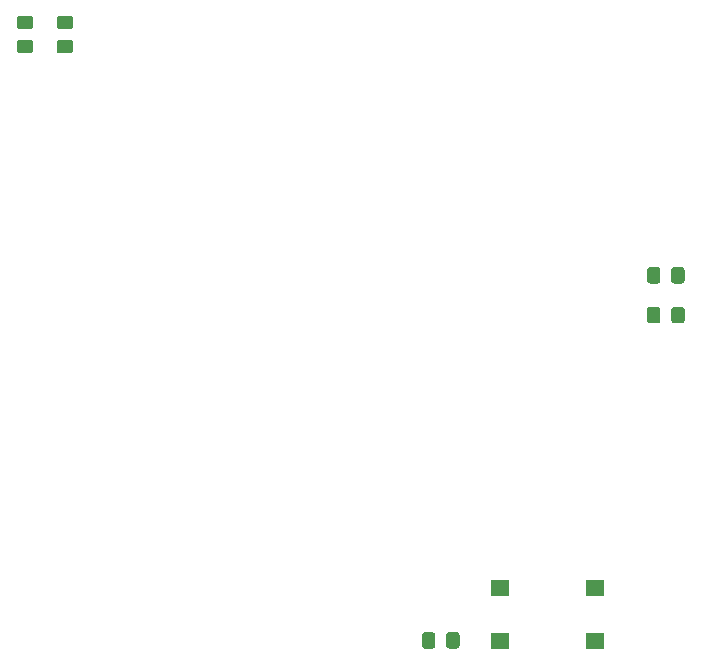
<source format=gtp>
G04 #@! TF.GenerationSoftware,KiCad,Pcbnew,(5.1.6)-1*
G04 #@! TF.CreationDate,2022-01-28T10:44:45+01:00*
G04 #@! TF.ProjectId,Supply_5V,53757070-6c79-45f3-9556-2e6b69636164,rev?*
G04 #@! TF.SameCoordinates,Original*
G04 #@! TF.FileFunction,Paste,Top*
G04 #@! TF.FilePolarity,Positive*
%FSLAX46Y46*%
G04 Gerber Fmt 4.6, Leading zero omitted, Abs format (unit mm)*
G04 Created by KiCad (PCBNEW (5.1.6)-1) date 2022-01-28 10:44:45*
%MOMM*%
%LPD*%
G01*
G04 APERTURE LIST*
%ADD10R,1.600000X1.400000*%
G04 APERTURE END LIST*
G36*
G01*
X200365000Y-70759999D02*
X200365000Y-71660001D01*
G75*
G02*
X200115001Y-71910000I-249999J0D01*
G01*
X199464999Y-71910000D01*
G75*
G02*
X199215000Y-71660001I0J249999D01*
G01*
X199215000Y-70759999D01*
G75*
G02*
X199464999Y-70510000I249999J0D01*
G01*
X200115001Y-70510000D01*
G75*
G02*
X200365000Y-70759999I0J-249999D01*
G01*
G37*
G36*
G01*
X198315000Y-70759999D02*
X198315000Y-71660001D01*
G75*
G02*
X198065001Y-71910000I-249999J0D01*
G01*
X197414999Y-71910000D01*
G75*
G02*
X197165000Y-71660001I0J249999D01*
G01*
X197165000Y-70759999D01*
G75*
G02*
X197414999Y-70510000I249999J0D01*
G01*
X198065001Y-70510000D01*
G75*
G02*
X198315000Y-70759999I0J-249999D01*
G01*
G37*
G36*
G01*
X181315000Y-98299999D02*
X181315000Y-99200001D01*
G75*
G02*
X181065001Y-99450000I-249999J0D01*
G01*
X180414999Y-99450000D01*
G75*
G02*
X180165000Y-99200001I0J249999D01*
G01*
X180165000Y-98299999D01*
G75*
G02*
X180414999Y-98050000I249999J0D01*
G01*
X181065001Y-98050000D01*
G75*
G02*
X181315000Y-98299999I0J-249999D01*
G01*
G37*
G36*
G01*
X179265000Y-98299999D02*
X179265000Y-99200001D01*
G75*
G02*
X179015001Y-99450000I-249999J0D01*
G01*
X178364999Y-99450000D01*
G75*
G02*
X178115000Y-99200001I0J249999D01*
G01*
X178115000Y-98299999D01*
G75*
G02*
X178364999Y-98050000I249999J0D01*
G01*
X179015001Y-98050000D01*
G75*
G02*
X179265000Y-98299999I0J-249999D01*
G01*
G37*
G36*
G01*
X197165000Y-68290001D02*
X197165000Y-67389999D01*
G75*
G02*
X197414999Y-67140000I249999J0D01*
G01*
X198065001Y-67140000D01*
G75*
G02*
X198315000Y-67389999I0J-249999D01*
G01*
X198315000Y-68290001D01*
G75*
G02*
X198065001Y-68540000I-249999J0D01*
G01*
X197414999Y-68540000D01*
G75*
G02*
X197165000Y-68290001I0J249999D01*
G01*
G37*
G36*
G01*
X199215000Y-68290001D02*
X199215000Y-67389999D01*
G75*
G02*
X199464999Y-67140000I249999J0D01*
G01*
X200115001Y-67140000D01*
G75*
G02*
X200365000Y-67389999I0J-249999D01*
G01*
X200365000Y-68290001D01*
G75*
G02*
X200115001Y-68540000I-249999J0D01*
G01*
X199464999Y-68540000D01*
G75*
G02*
X199215000Y-68290001I0J249999D01*
G01*
G37*
G36*
G01*
X148340001Y-49055000D02*
X147439999Y-49055000D01*
G75*
G02*
X147190000Y-48805001I0J249999D01*
G01*
X147190000Y-48154999D01*
G75*
G02*
X147439999Y-47905000I249999J0D01*
G01*
X148340001Y-47905000D01*
G75*
G02*
X148590000Y-48154999I0J-249999D01*
G01*
X148590000Y-48805001D01*
G75*
G02*
X148340001Y-49055000I-249999J0D01*
G01*
G37*
G36*
G01*
X148340001Y-47005000D02*
X147439999Y-47005000D01*
G75*
G02*
X147190000Y-46755001I0J249999D01*
G01*
X147190000Y-46104999D01*
G75*
G02*
X147439999Y-45855000I249999J0D01*
G01*
X148340001Y-45855000D01*
G75*
G02*
X148590000Y-46104999I0J-249999D01*
G01*
X148590000Y-46755001D01*
G75*
G02*
X148340001Y-47005000I-249999J0D01*
G01*
G37*
G36*
G01*
X144059999Y-45855000D02*
X144960001Y-45855000D01*
G75*
G02*
X145210000Y-46104999I0J-249999D01*
G01*
X145210000Y-46755001D01*
G75*
G02*
X144960001Y-47005000I-249999J0D01*
G01*
X144059999Y-47005000D01*
G75*
G02*
X143810000Y-46755001I0J249999D01*
G01*
X143810000Y-46104999D01*
G75*
G02*
X144059999Y-45855000I249999J0D01*
G01*
G37*
G36*
G01*
X144059999Y-47905000D02*
X144960001Y-47905000D01*
G75*
G02*
X145210000Y-48154999I0J-249999D01*
G01*
X145210000Y-48805001D01*
G75*
G02*
X144960001Y-49055000I-249999J0D01*
G01*
X144059999Y-49055000D01*
G75*
G02*
X143810000Y-48805001I0J249999D01*
G01*
X143810000Y-48154999D01*
G75*
G02*
X144059999Y-47905000I249999J0D01*
G01*
G37*
D10*
X192750000Y-94290000D03*
X184750000Y-94290000D03*
X192750000Y-98790000D03*
X184750000Y-98790000D03*
M02*

</source>
